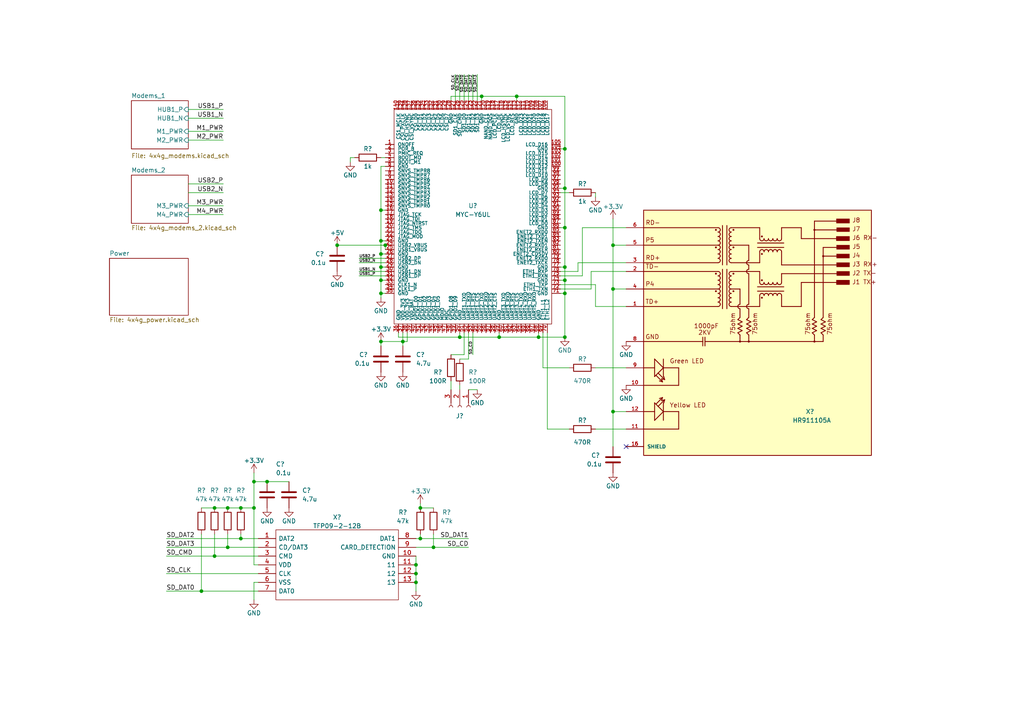
<source format=kicad_sch>
(kicad_sch (version 20211123) (generator eeschema)
  (paper "A4")
  (lib_symbols
    (symbol "Connector:Conn_01x03_Female" (pin_names (offset 1.016) hide)
      (property "Reference" "J" (at 0 5.08 0))
      (property "Value" "Conn_01x03_Female" (at 0 -5.08 0))
      (symbol "Conn_01x03_Female_1_1"
        (pin passive line (at -5.08 2.54 0) (length 3.81) (name "Pin_1") (number "1"))
        (pin passive line (at -5.08 0 0) (length 3.81) (name "Pin_2") (number "2"))
        (pin passive line (at -5.08 -2.54 0) (length 3.81) (name "Pin_3") (number "3"))
      )
    )
    (symbol "Device:C" (pin_numbers hide) (pin_names (offset 0.254))
      (property "Reference" "C" (at 0.635 2.54 0))
      (property "Value" "C" (at 0.635 -2.54 0))
      (symbol "C_1_1"
        (pin passive line (at 0 3.81 270) (length 2.794) (name "~") (number "1"))
        (pin passive line (at 0 -3.81 90) (length 2.794) (name "~") (number "2"))
      )
    )
    (symbol "Device:R" (pin_numbers hide) (pin_names (offset 0))
      (property "Reference" "R" (at 2.032 0 90))
      (property "Value" "R" (at 0 0 90))
      (symbol "R_1_1"
        (pin passive line (at 0 3.81 270) (length 1.27) (name "~") (number "1"))
        (pin passive line (at 0 -3.81 90) (length 1.27) (name "~") (number "2"))
      )
    )
    (symbol "HR911105A:HR911105A" (pin_names (offset 1.016))
      (property "Reference" "J" (at -33.1724 36.2458 0))
      (property "Value" "HR911105A" (at -33.1216 -38.227 0))
      (symbol "HR911105A_0_0"
        (text "1000pF" (at -18.4912 1.2446 0) (effects (font (size 1.27 1.27)) (justify left bottom)))
        (text "2KV" (at -17.2212 -0.6604 0) (effects (font (size 1.27 1.27)) (justify left bottom)))
        (text "75ohm" (at -6.4008 -0.6604 900) (effects (font (size 1.27 1.27)) (justify left bottom)))
        (text "75ohm" (at 0 -0.6604 900) (effects (font (size 1.27 1.27)) (justify left bottom)))
        (text "75ohm" (at 15.3416 -0.6604 900) (effects (font (size 1.27 1.27)) (justify left bottom)))
        (text "75ohm" (at 21.6916 -0.6604 900) (effects (font (size 1.27 1.27)) (justify left bottom)))
        (text "GND" (at -32.5374 -1.905 0) (effects (font (size 1.27 1.27)) (justify left bottom)))
        (text "Green LED" (at -25.5016 -8.9154 0) (effects (font (size 1.27 1.27)) (justify left bottom)))
        (text "J1 TX+" (at 27.432 13.9954 0) (effects (font (size 1.27 1.27)) (justify left bottom)))
        (text "J2 TX-" (at 27.4574 16.5862 0) (effects (font (size 1.27 1.27)) (justify left bottom)))
        (text "J3 RX+" (at 27.4574 19.1516 0) (effects (font (size 1.27 1.27)) (justify left bottom)))
        (text "J4" (at 27.4574 21.717 0) (effects (font (size 1.27 1.27)) (justify left bottom)))
        (text "J5" (at 27.4828 24.257 0) (effects (font (size 1.27 1.27)) (justify left bottom)))
        (text "J6 RX-" (at 27.4574 26.8224 0) (effects (font (size 1.27 1.27)) (justify left bottom)))
        (text "J7" (at 27.4574 29.3624 0) (effects (font (size 1.27 1.27)) (justify left bottom)))
        (text "J8" (at 27.4574 31.9278 0) (effects (font (size 1.27 1.27)) (justify left bottom)))
        (text "P4" (at -32.5374 13.4112 0) (effects (font (size 1.27 1.27)) (justify left bottom)))
        (text "P5" (at -32.5374 26.162 0) (effects (font (size 1.27 1.27)) (justify left bottom)))
        (text "RD+" (at -32.4866 21.0312 0) (effects (font (size 1.27 1.27)) (justify left bottom)))
        (text "RD-" (at -32.4866 31.2166 0) (effects (font (size 1.27 1.27)) (justify left bottom)))
        (text "TD+" (at -32.5628 8.3058 0) (effects (font (size 1.27 1.27)) (justify left bottom)))
        (text "TD-" (at -32.512 18.4912 0) (effects (font (size 1.27 1.27)) (justify left bottom)))
        (text "Yellow LED" (at -25.527 -21.717 0) (effects (font (size 1.27 1.27)) (justify left bottom)))
        (pin passive line (at -38.1 7.62 0) (length 5.08) (name "~") (number "1"))
        (pin passive line (at -38.1 -15.24 0) (length 5.08) (name "~") (number "10"))
        (pin passive line (at -38.1 -27.94 0) (length 5.08) (name "~") (number "11"))
        (pin passive line (at -38.1 -22.86 0) (length 5.08) (name "~") (number "12"))
        (pin passive line (at -38.1 -33.02 0) (length 5.08) (name "SHIELD") (number "15"))
        (pin passive line (at -38.1 -33.02 0) (length 5.08) (name "SHIELD") (number "16"))
        (pin passive line (at -38.1 17.78 0) (length 5.08) (name "~") (number "2"))
        (pin passive line (at -38.1 20.32 0) (length 5.08) (name "~") (number "3"))
        (pin passive line (at -38.1 12.7 0) (length 5.08) (name "~") (number "4"))
        (pin passive line (at -38.1 25.4 0) (length 5.08) (name "~") (number "5"))
        (pin passive line (at -38.1 30.48 0) (length 5.08) (name "~") (number "6"))
        (pin power_in line (at -38.1 -2.54 0) (length 5.08) (name "~") (number "8"))
        (pin passive line (at -38.1 -10.16 0) (length 5.08) (name "~") (number "9"))
      )
    )
    (symbol "MYC-Y6UL:MYC-Y6UL" (pin_names (offset 1.016))
      (property "Reference" "U" (at 0 0 0))
      (property "Value" "MYC-Y6UL" (at 1.27 -2.54 0))
      (symbol "MYC-Y6UL_1_1"
        (pin input line (at -25.4 12.7 0) (length 2.54) (name "ONOFF") (number "1"))
        (pin bidirectional line (at -25.4 1.27 0) (length 2.54) (name "SNVS_TMPR5") (number "10"))
        (pin bidirectional line (at 25.4 6.35 180) (length 2.54) (name "LCD_D12") (number "100"))
        (pin bidirectional line (at 25.4 7.62 180) (length 2.54) (name "LCD_D13") (number "101"))
        (pin bidirectional line (at 25.4 8.89 180) (length 2.54) (name "LCD_D14") (number "102"))
        (pin bidirectional line (at 25.4 10.16 180) (length 2.54) (name "LCD_D15") (number "103"))
        (pin power_in line (at 25.4 11.43 180) (length 2.54) (name "GND") (number "104"))
        (pin bidirectional line (at 25.4 12.7 180) (length 2.54) (name "LCD_D16") (number "105"))
        (pin bidirectional line (at 21.59 25.4 270) (length 2.54) (name "LCD_D17") (number "106"))
        (pin bidirectional line (at 20.32 25.4 270) (length 2.54) (name "LCD_D18") (number "107"))
        (pin bidirectional line (at 19.05 25.4 270) (length 2.54) (name "LCD_D19") (number "108"))
        (pin bidirectional line (at 17.78 25.4 270) (length 2.54) (name "LCD_D20") (number "109"))
        (pin bidirectional line (at -25.4 0 0) (length 2.54) (name "SNVS_TMPR4") (number "11"))
        (pin bidirectional line (at 16.51 25.4 270) (length 2.54) (name "LCD_D21") (number "110"))
        (pin bidirectional line (at 15.24 25.4 270) (length 2.54) (name "LCD_D22") (number "111"))
        (pin bidirectional line (at 13.97 25.4 270) (length 2.54) (name "LCD_D23") (number "112"))
        (pin power_in line (at 12.7 25.4 270) (length 2.54) (name "GND") (number "113"))
        (pin bidirectional line (at 11.43 25.4 270) (length 2.54) (name "LCD_RES") (number "114"))
        (pin bidirectional line (at 10.16 25.4 270) (length 2.54) (name "LCD_VSYNC") (number "115"))
        (pin bidirectional line (at 8.89 25.4 270) (length 2.54) (name "LCD_HSYNC") (number "116"))
        (pin bidirectional line (at 7.62 25.4 270) (length 2.54) (name "LCD_DE") (number "117"))
        (pin bidirectional line (at 6.35 25.4 270) (length 2.54) (name "LCD_PCLK") (number "118"))
        (pin bidirectional line (at 5.08 25.4 270) (length 2.54) (name "NAND_DQS") (number "119"))
        (pin bidirectional line (at -25.4 -1.27 0) (length 2.54) (name "SNVS_TMPR3") (number "12"))
        (pin bidirectional line (at 3.81 25.4 270) (length 2.54) (name "NAND_CE1") (number "120"))
        (pin power_in line (at 2.54 25.4 270) (length 2.54) (name "GND") (number "121"))
        (pin bidirectional line (at 1.27 25.4 270) (length 2.54) (name "SD1_D3") (number "122"))
        (pin bidirectional line (at 0 25.4 270) (length 2.54) (name "SD1_D2") (number "123"))
        (pin bidirectional line (at -1.27 25.4 270) (length 2.54) (name "SD1_D1") (number "124"))
        (pin bidirectional line (at -2.54 25.4 270) (length 2.54) (name "SD1_D0") (number "125"))
        (pin bidirectional line (at -3.81 25.4 270) (length 2.54) (name "SD1_CMD") (number "126"))
        (pin bidirectional line (at -5.08 25.4 270) (length 2.54) (name "SD1_CLK") (number "127"))
        (pin power_in line (at -6.35 25.4 270) (length 2.54) (name "GND") (number "128"))
        (pin bidirectional line (at -7.62 25.4 270) (length 2.54) (name "CSI_D7") (number "129"))
        (pin bidirectional line (at -25.4 -2.54 0) (length 2.54) (name "SNVS_TMPR2") (number "13"))
        (pin bidirectional line (at -8.89 25.4 270) (length 2.54) (name "CSI_D6") (number "130"))
        (pin bidirectional line (at -10.16 25.4 270) (length 2.54) (name "CSI_D5") (number "131"))
        (pin bidirectional line (at -11.43 25.4 270) (length 2.54) (name "CSI_D4") (number "132"))
        (pin bidirectional line (at -12.7 25.4 270) (length 2.54) (name "CSI_D3") (number "133"))
        (pin bidirectional line (at -13.97 25.4 270) (length 2.54) (name "CSI_D2") (number "134"))
        (pin bidirectional line (at -15.24 25.4 270) (length 2.54) (name "CSI_D1") (number "135"))
        (pin bidirectional line (at -16.51 25.4 270) (length 2.54) (name "CSI_D0") (number "136"))
        (pin bidirectional line (at -17.78 25.4 270) (length 2.54) (name "CSI_VSYNC") (number "137"))
        (pin bidirectional line (at -19.05 25.4 270) (length 2.54) (name "CSI_HSYNC") (number "138"))
        (pin bidirectional line (at -20.32 25.4 270) (length 2.54) (name "CSI_PXCLK") (number "139"))
        (pin bidirectional line (at -25.4 -3.81 0) (length 2.54) (name "SNVS_TMPR1") (number "14"))
        (pin bidirectional line (at -21.59 25.4 270) (length 2.54) (name "CS1_MCLK") (number "140"))
        (pin bidirectional line (at -25.4 -5.08 0) (length 2.54) (name "SNVS_TMPR0") (number "15"))
        (pin power_in line (at -25.4 -6.35 0) (length 2.54) (name "GND") (number "16"))
        (pin bidirectional line (at -25.4 -7.62 0) (length 2.54) (name "JTAG_TCK") (number "17"))
        (pin bidirectional line (at -25.4 -8.89 0) (length 2.54) (name "JTAG_TDI") (number "18"))
        (pin bidirectional line (at -25.4 -10.16 0) (length 2.54) (name "JTAG_NTRST") (number "19"))
        (pin input line (at -25.4 11.43 0) (length 2.54) (name "POR_B") (number "2"))
        (pin bidirectional line (at -25.4 -11.43 0) (length 2.54) (name "JTAG_TMS") (number "20"))
        (pin bidirectional line (at -25.4 -12.7 0) (length 2.54) (name "JTAG_TDO") (number "21"))
        (pin bidirectional line (at -25.4 -13.97 0) (length 2.54) (name "JTAG_MOD") (number "22"))
        (pin power_in line (at -25.4 -15.24 0) (length 2.54) (name "GND") (number "23"))
        (pin power_in line (at -25.4 -16.51 0) (length 2.54) (name "USB2_VBUS") (number "24"))
        (pin power_in line (at -25.4 -17.78 0) (length 2.54) (name "USB1_VBUS") (number "25"))
        (pin power_in line (at -25.4 -19.05 0) (length 2.54) (name "GND") (number "26"))
        (pin bidirectional line (at -25.4 -20.32 0) (length 2.54) (name "USB2_DP") (number "27"))
        (pin bidirectional line (at -25.4 -21.59 0) (length 2.54) (name "USB2_DN") (number "28"))
        (pin power_in line (at -25.4 -22.86 0) (length 2.54) (name "GND") (number "29"))
        (pin output line (at -25.4 10.16 0) (length 2.54) (name "PMIC_REQ") (number "3"))
        (pin bidirectional line (at -25.4 -24.13 0) (length 2.54) (name "USB1_DN") (number "30"))
        (pin bidirectional line (at -25.4 -25.4 0) (length 2.54) (name "USB1_DP") (number "31"))
        (pin power_in line (at -25.4 -26.67 0) (length 2.54) (name "GND") (number "32"))
        (pin bidirectional line (at -25.4 -27.94 0) (length 2.54) (name "CLK1_N") (number "33"))
        (pin bidirectional line (at -25.4 -29.21 0) (length 2.54) (name "CLK1_P") (number "34"))
        (pin power_in line (at -25.4 -30.48 0) (length 2.54) (name "GND") (number "35"))
        (pin power_in line (at -21.59 -41.91 90) (length 2.54) (name "GND") (number "36"))
        (pin power_in line (at -20.32 -41.91 90) (length 2.54) (name "VDD_3V3") (number "37"))
        (pin power_in line (at -19.05 -41.91 90) (length 2.54) (name "VDD_3V3") (number "38"))
        (pin power_in line (at -17.78 -41.91 90) (length 2.54) (name "VDD_BAT") (number "39"))
        (pin bidirectional line (at -25.4 8.89 0) (length 2.54) (name "BOOT_MO") (number "4"))
        (pin bidirectional line (at -16.51 -41.91 90) (length 2.54) (name "GPIO1_00") (number "40"))
        (pin bidirectional line (at -15.24 -41.91 90) (length 2.54) (name "GPIO1_01") (number "41"))
        (pin bidirectional line (at -13.97 -41.91 90) (length 2.54) (name "GPIO1_02") (number "42"))
        (pin bidirectional line (at -12.7 -41.91 90) (length 2.54) (name "GPIO1_03") (number "43"))
        (pin bidirectional line (at -11.43 -41.91 90) (length 2.54) (name "GPIO1_04") (number "44"))
        (pin bidirectional line (at -10.16 -41.91 90) (length 2.54) (name "GPIO1_05") (number "45"))
        (pin bidirectional line (at -8.89 -41.91 90) (length 2.54) (name "MDIO") (number "46"))
        (pin bidirectional line (at -7.62 -41.91 90) (length 2.54) (name "MDC") (number "47"))
        (pin bidirectional line (at -6.35 -41.91 90) (length 2.54) (name "GPIO1_08") (number "48"))
        (pin bidirectional line (at -5.08 -41.91 90) (length 2.54) (name "GPIO1_09") (number "49"))
        (pin bidirectional line (at -25.4 7.62 0) (length 2.54) (name "BOOT_M1") (number "5"))
        (pin power_in line (at -3.81 -41.91 90) (length 2.54) (name "GND") (number "50"))
        (pin bidirectional line (at -2.54 -41.91 90) (length 2.54) (name "UART1_TXD") (number "51"))
        (pin bidirectional line (at -1.27 -41.91 90) (length 2.54) (name "UART1_RXD") (number "52"))
        (pin bidirectional line (at 0 -41.91 90) (length 2.54) (name "UART1_RTS") (number "53"))
        (pin bidirectional line (at 1.27 -41.91 90) (length 2.54) (name "UART1_CTS") (number "54"))
        (pin bidirectional line (at 2.54 -41.91 90) (length 2.54) (name "UART2_TXD") (number "55"))
        (pin bidirectional line (at 3.81 -41.91 90) (length 2.54) (name "UART2_RXD") (number "56"))
        (pin bidirectional line (at 5.08 -41.91 90) (length 2.54) (name "UART2_RTS") (number "57"))
        (pin bidirectional line (at 6.35 -41.91 90) (length 2.54) (name "UART2_CTS") (number "58"))
        (pin power_in line (at 7.62 -41.91 90) (length 2.54) (name "GND") (number "59"))
        (pin power_in line (at -25.4 6.35 0) (length 2.54) (name "GND") (number "6"))
        (pin bidirectional line (at 8.89 -41.91 90) (length 2.54) (name "UART3_TXD") (number "60"))
        (pin bidirectional line (at 10.16 -41.91 90) (length 2.54) (name "UART3_RXD") (number "61"))
        (pin bidirectional line (at 11.43 -41.91 90) (length 2.54) (name "UART3_RTS") (number "62"))
        (pin bidirectional line (at 12.7 -41.91 90) (length 2.54) (name "UART3_CTS") (number "63"))
        (pin bidirectional line (at 13.97 -41.91 90) (length 2.54) (name "UART4_TXD") (number "64"))
        (pin bidirectional line (at 15.24 -41.91 90) (length 2.54) (name "UART4_RXD") (number "65"))
        (pin bidirectional line (at 16.51 -41.91 90) (length 2.54) (name "UART5_TXD") (number "66"))
        (pin bidirectional line (at 17.78 -41.91 90) (length 2.54) (name "UART5_RXD") (number "67"))
        (pin power_in line (at 19.05 -41.91 90) (length 2.54) (name "GND") (number "68"))
        (pin bidirectional line (at 20.32 -41.91 90) (length 2.54) (name "ETH1_L1") (number "69"))
        (pin bidirectional line (at -25.4 5.08 0) (length 2.54) (name "SNVS_TMPR8") (number "7"))
        (pin bidirectional line (at 21.59 -41.91 90) (length 2.54) (name "ETH1_L2") (number "70"))
        (pin power_in line (at 25.4 -30.48 180) (length 2.54) (name "GND") (number "71"))
        (pin bidirectional line (at 25.4 -29.21 180) (length 2.54) (name "ETH1_TXN") (number "72"))
        (pin bidirectional line (at 25.4 -27.94 180) (length 2.54) (name "ETH1_TXP") (number "73"))
        (pin power_in line (at 25.4 -26.67 180) (length 2.54) (name "GND") (number "74"))
        (pin bidirectional line (at 25.4 -25.4 180) (length 2.54) (name "ETH1_RXN") (number "75"))
        (pin bidirectional line (at 25.4 -24.13 180) (length 2.54) (name "ETH1_RXP") (number "76"))
        (pin power_in line (at 25.4 -22.86 180) (length 2.54) (name "GND") (number "77"))
        (pin bidirectional line (at 25.4 -21.59 180) (length 2.54) (name "ENET2_TXCK") (number "78"))
        (pin bidirectional line (at 25.4 -20.32 180) (length 2.54) (name "ENET2_RXD0") (number "79"))
        (pin bidirectional line (at -25.4 3.81 0) (length 2.54) (name "SNVS_TMPR7") (number "8"))
        (pin bidirectional line (at 25.4 -19.05 180) (length 2.54) (name "ENET2_CDSDV") (number "80"))
        (pin bidirectional line (at 25.4 -17.78 180) (length 2.54) (name "ENET2_RXER") (number "81"))
        (pin bidirectional line (at 25.4 -16.51 180) (length 2.54) (name "ENET2_RXD1") (number "82"))
        (pin bidirectional line (at 25.4 -15.24 180) (length 2.54) (name "ENET2_TXEN") (number "83"))
        (pin bidirectional line (at 25.4 -13.97 180) (length 2.54) (name "ENET2_TXD1") (number "84"))
        (pin bidirectional line (at 25.4 -12.7 180) (length 2.54) (name "ENET2_RXD0") (number "85"))
        (pin power_in line (at 25.4 -11.43 180) (length 2.54) (name "GND") (number "86"))
        (pin bidirectional line (at 25.4 -10.16 180) (length 2.54) (name "LCD_D0") (number "87"))
        (pin bidirectional line (at 25.4 -8.89 180) (length 2.54) (name "LCD_D1") (number "88"))
        (pin bidirectional line (at 25.4 -7.62 180) (length 2.54) (name "LCD_D2") (number "89"))
        (pin bidirectional line (at -25.4 2.54 0) (length 2.54) (name "SNVS_TMPR6") (number "9"))
        (pin bidirectional line (at 25.4 -6.35 180) (length 2.54) (name "LCD_D3") (number "90"))
        (pin bidirectional line (at 25.4 -5.08 180) (length 2.54) (name "LCD_D4") (number "91"))
        (pin bidirectional line (at 25.4 -3.81 180) (length 2.54) (name "LCD_D5") (number "92"))
        (pin bidirectional line (at 25.4 -2.54 180) (length 2.54) (name "LCD_D6") (number "93"))
        (pin bidirectional line (at 25.4 -1.27 180) (length 2.54) (name "LCD_D7") (number "94"))
        (pin power_in line (at 25.4 0 180) (length 2.54) (name "GND") (number "95"))
        (pin bidirectional line (at 25.4 1.27 180) (length 2.54) (name "LCD_D8") (number "96"))
        (pin bidirectional line (at 25.4 2.54 180) (length 2.54) (name "LCD_D9") (number "97"))
        (pin bidirectional line (at 25.4 3.81 180) (length 2.54) (name "LCD_D10") (number "98"))
        (pin bidirectional line (at 25.4 5.08 180) (length 2.54) (name "LCD_D11") (number "99"))
      )
    )
    (symbol "TFP09-2-12B:TFP09-2-12B" (pin_names (offset 0.762))
      (property "Reference" "J" (at 41.91 7.62 0))
      (property "Value" "TFP09-2-12B" (at 41.91 5.08 0))
      (symbol "TFP09-2-12B_0_0"
        (pin passive line (at 0 0 0) (length 5.08) (name "DAT2") (number "1"))
        (pin passive line (at 45.72 -5.08 180) (length 5.08) (name "GND") (number "10"))
        (pin passive line (at 45.72 -7.62 180) (length 5.08) (name "11") (number "11"))
        (pin passive line (at 45.72 -10.16 180) (length 5.08) (name "12") (number "12"))
        (pin passive line (at 45.72 -12.7 180) (length 5.08) (name "13") (number "13"))
        (pin passive line (at 0 -2.54 0) (length 5.08) (name "CD/DAT3") (number "2"))
        (pin passive line (at 0 -5.08 0) (length 5.08) (name "CMD") (number "3"))
        (pin passive line (at 0 -7.62 0) (length 5.08) (name "VDD") (number "4"))
        (pin passive line (at 0 -10.16 0) (length 5.08) (name "CLK") (number "5"))
        (pin passive line (at 0 -12.7 0) (length 5.08) (name "VSS") (number "6"))
        (pin passive line (at 0 -15.24 0) (length 5.08) (name "DAT0") (number "7"))
        (pin passive line (at 45.72 0 180) (length 5.08) (name "DAT1") (number "8"))
        (pin passive line (at 45.72 -2.54 180) (length 5.08) (name "CARD_DETECTION") (number "9"))
      )
    )
    (symbol "power:+3.3V" (power) (pin_names (offset 0))
      (property "Value" "+3.3V" (at 0 3.556 0))
      (symbol "+3.3V_1_1"
        (pin power_in line (at 0 0 90) (length 0) hide (name "+3.3V") (number "1"))
      )
    )
    (symbol "power:+5V" (power) (pin_names (offset 0))
      (property "Value" "+5V" (at 0 3.556 0))
      (symbol "+5V_1_1"
        (pin power_in line (at 0 0 90) (length 0) hide (name "+5V") (number "1"))
      )
    )
    (symbol "power:GND" (power) (pin_names (offset 0))
      (property "Value" "GND" (at 0 -3.81 0))
      (symbol "GND_1_1"
        (pin power_in line (at 0 0 270) (length 0) hide (name "GND") (number "1"))
      )
    )
  )
  (junction (at 62.23 147.32))
  (junction (at 163.83 97.79))
  (junction (at 110.49 60.96))
  (junction (at 120.65 163.83))
  (junction (at 125.73 158.75))
  (junction (at 163.83 54.61))
  (junction (at 163.83 77.47))
  (junction (at 110.49 73.66))
  (junction (at 73.66 139.7))
  (junction (at 110.49 85.09))
  (junction (at 111.76 71.12))
  (junction (at 177.8 83.82))
  (junction (at 66.04 147.32))
  (junction (at 121.92 147.32))
  (junction (at 62.23 161.29))
  (junction (at 69.85 156.21))
  (junction (at 66.04 158.75))
  (junction (at 133.35 97.79))
  (junction (at 116.84 99.06))
  (junction (at 120.65 166.37))
  (junction (at 144.78 97.79))
  (junction (at 177.8 119.38))
  (junction (at 77.47 139.7))
  (junction (at 163.83 81.28))
  (junction (at 156.21 97.79))
  (junction (at 58.42 171.45))
  (junction (at 163.83 66.04))
  (junction (at 120.65 168.91))
  (junction (at 121.92 156.21))
  (junction (at 110.49 81.28))
  (junction (at 177.8 71.12))
  (junction (at 110.49 77.47))
  (junction (at 163.83 85.09))
  (junction (at 163.83 43.18))
  (junction (at 69.85 147.32))
  (junction (at 110.49 69.85))
  (junction (at 97.79 71.12))
  (junction (at 139.7 27.94))
  (junction (at 73.66 147.32))
  (junction (at 149.86 27.94))
  (junction (at 110.49 99.06))
  (no_connect (at 181.61 129.54))
  (wire (pts (xy 137.16 21.59) (xy 137.16 29.21)))
  (wire (pts (xy 167.64 78.74) (xy 162.56 78.74)))
  (wire (pts (xy 73.66 137.16) (xy 73.66 139.7)))
  (wire (pts (xy 162.56 82.55) (xy 172.72 82.55)))
  (wire (pts (xy 110.49 85.09) (xy 111.76 85.09)))
  (wire (pts (xy 69.85 156.21) (xy 74.93 156.21)))
  (wire (pts (xy 48.26 171.45) (xy 58.42 171.45)))
  (wire (pts (xy 163.83 85.09) (xy 163.83 97.79)))
  (wire (pts (xy 110.49 73.66) (xy 111.76 73.66)))
  (wire (pts (xy 163.83 66.04) (xy 163.83 77.47)))
  (wire (pts (xy 163.83 81.28) (xy 163.83 85.09)))
  (wire (pts (xy 120.65 168.91) (xy 120.65 171.45)))
  (wire (pts (xy 163.83 27.94) (xy 163.83 43.18)))
  (wire (pts (xy 58.42 147.32) (xy 62.23 147.32)))
  (wire (pts (xy 54.61 40.64) (xy 64.77 40.64)))
  (wire (pts (xy 162.56 85.09) (xy 163.83 85.09)))
  (wire (pts (xy 157.48 106.68) (xy 165.1 106.68)))
  (wire (pts (xy 134.62 96.52) (xy 134.62 102.87)))
  (wire (pts (xy 48.26 161.29) (xy 62.23 161.29)))
  (wire (pts (xy 102.87 45.72) (xy 101.6 45.72)))
  (wire (pts (xy 62.23 154.94) (xy 62.23 161.29)))
  (wire (pts (xy 104.14 78.74) (xy 111.76 78.74)))
  (wire (pts (xy 138.43 21.59) (xy 138.43 29.21)))
  (wire (pts (xy 156.21 96.52) (xy 156.21 97.79)))
  (wire (pts (xy 58.42 171.45) (xy 74.93 171.45)))
  (wire (pts (xy 110.49 73.66) (xy 110.49 77.47)))
  (wire (pts (xy 73.66 139.7) (xy 73.66 147.32)))
  (wire (pts (xy 110.49 60.96) (xy 110.49 69.85)))
  (wire (pts (xy 133.35 96.52) (xy 133.35 97.79)))
  (wire (pts (xy 133.35 97.79) (xy 144.78 97.79)))
  (wire (pts (xy 162.56 80.01) (xy 168.91 80.01)))
  (wire (pts (xy 54.61 53.34) (xy 64.77 53.34)))
  (wire (pts (xy 110.49 48.26) (xy 110.49 60.96)))
  (wire (pts (xy 156.21 97.79) (xy 163.83 97.79)))
  (wire (pts (xy 168.91 66.04) (xy 181.61 66.04)))
  (wire (pts (xy 181.61 76.2) (xy 167.64 76.2)))
  (wire (pts (xy 133.35 21.59) (xy 133.35 29.21)))
  (wire (pts (xy 177.8 119.38) (xy 177.8 129.54)))
  (wire (pts (xy 135.89 113.03) (xy 138.43 113.03)))
  (wire (pts (xy 69.85 147.32) (xy 73.66 147.32)))
  (wire (pts (xy 110.49 69.85) (xy 111.76 69.85)))
  (wire (pts (xy 130.81 29.21) (xy 130.81 27.94)))
  (wire (pts (xy 54.61 38.1) (xy 64.77 38.1)))
  (wire (pts (xy 73.66 168.91) (xy 73.66 173.99)))
  (wire (pts (xy 62.23 161.29) (xy 74.93 161.29)))
  (wire (pts (xy 172.72 124.46) (xy 181.61 124.46)))
  (wire (pts (xy 74.93 168.91) (xy 73.66 168.91)))
  (wire (pts (xy 121.92 146.05) (xy 121.92 147.32)))
  (wire (pts (xy 162.56 81.28) (xy 163.83 81.28)))
  (wire (pts (xy 130.81 102.87) (xy 134.62 102.87)))
  (wire (pts (xy 135.89 21.59) (xy 135.89 29.21)))
  (wire (pts (xy 144.78 96.52) (xy 144.78 97.79)))
  (wire (pts (xy 172.72 57.15) (xy 172.72 55.88)))
  (wire (pts (xy 111.76 48.26) (xy 110.49 48.26)))
  (wire (pts (xy 162.56 66.04) (xy 163.83 66.04)))
  (wire (pts (xy 172.72 88.9) (xy 181.61 88.9)))
  (wire (pts (xy 74.93 163.83) (xy 73.66 163.83)))
  (wire (pts (xy 125.73 158.75) (xy 120.65 158.75)))
  (wire (pts (xy 120.65 163.83) (xy 120.65 166.37)))
  (wire (pts (xy 130.81 27.94) (xy 139.7 27.94)))
  (wire (pts (xy 171.45 78.74) (xy 171.45 83.82)))
  (wire (pts (xy 162.56 77.47) (xy 163.83 77.47)))
  (wire (pts (xy 181.61 119.38) (xy 177.8 119.38)))
  (wire (pts (xy 104.14 80.01) (xy 111.76 80.01)))
  (wire (pts (xy 162.56 43.18) (xy 163.83 43.18)))
  (wire (pts (xy 115.57 97.79) (xy 133.35 97.79)))
  (wire (pts (xy 54.61 55.88) (xy 64.77 55.88)))
  (wire (pts (xy 110.49 69.85) (xy 110.49 73.66)))
  (wire (pts (xy 116.84 99.06) (xy 116.84 96.52)))
  (wire (pts (xy 110.49 81.28) (xy 111.76 81.28)))
  (wire (pts (xy 97.79 71.12) (xy 111.76 71.12)))
  (wire (pts (xy 110.49 100.33) (xy 110.49 99.06)))
  (wire (pts (xy 134.62 21.59) (xy 134.62 29.21)))
  (wire (pts (xy 172.72 82.55) (xy 172.72 88.9)))
  (wire (pts (xy 121.92 147.32) (xy 125.73 147.32)))
  (wire (pts (xy 132.08 21.59) (xy 132.08 29.21)))
  (wire (pts (xy 104.14 76.2) (xy 111.76 76.2)))
  (wire (pts (xy 110.49 77.47) (xy 110.49 81.28)))
  (wire (pts (xy 121.92 156.21) (xy 120.65 156.21)))
  (wire (pts (xy 149.86 27.94) (xy 149.86 29.21)))
  (wire (pts (xy 172.72 106.68) (xy 181.61 106.68)))
  (wire (pts (xy 149.86 27.94) (xy 163.83 27.94)))
  (wire (pts (xy 133.35 111.76) (xy 133.35 113.03)))
  (wire (pts (xy 144.78 97.79) (xy 156.21 97.79)))
  (wire (pts (xy 162.56 55.88) (xy 165.1 55.88)))
  (wire (pts (xy 177.8 83.82) (xy 177.8 119.38)))
  (wire (pts (xy 115.57 96.52) (xy 115.57 97.79)))
  (wire (pts (xy 118.11 99.06) (xy 116.84 99.06)))
  (wire (pts (xy 48.26 158.75) (xy 66.04 158.75)))
  (wire (pts (xy 110.49 45.72) (xy 111.76 45.72)))
  (wire (pts (xy 139.7 27.94) (xy 139.7 29.21)))
  (wire (pts (xy 120.65 166.37) (xy 120.65 168.91)))
  (wire (pts (xy 48.26 156.21) (xy 69.85 156.21)))
  (wire (pts (xy 163.83 43.18) (xy 163.83 54.61)))
  (wire (pts (xy 181.61 83.82) (xy 177.8 83.82)))
  (wire (pts (xy 137.16 96.52) (xy 137.16 102.87)))
  (wire (pts (xy 157.48 96.52) (xy 157.48 106.68)))
  (wire (pts (xy 167.64 76.2) (xy 167.64 78.74)))
  (wire (pts (xy 171.45 83.82) (xy 162.56 83.82)))
  (wire (pts (xy 177.8 83.82) (xy 177.8 71.12)))
  (wire (pts (xy 135.89 96.52) (xy 135.89 104.14)))
  (wire (pts (xy 139.7 27.94) (xy 149.86 27.94)))
  (wire (pts (xy 163.83 54.61) (xy 163.83 66.04)))
  (wire (pts (xy 77.47 139.7) (xy 83.82 139.7)))
  (wire (pts (xy 118.11 96.52) (xy 118.11 99.06)))
  (wire (pts (xy 110.49 85.09) (xy 110.49 86.36)))
  (wire (pts (xy 73.66 147.32) (xy 73.66 163.83)))
  (wire (pts (xy 130.81 110.49) (xy 130.81 113.03)))
  (wire (pts (xy 104.14 74.93) (xy 111.76 74.93)))
  (wire (pts (xy 101.6 45.72) (xy 101.6 46.99)))
  (wire (pts (xy 116.84 100.33) (xy 116.84 99.06)))
  (wire (pts (xy 125.73 154.94) (xy 125.73 158.75)))
  (wire (pts (xy 168.91 80.01) (xy 168.91 66.04)))
  (wire (pts (xy 181.61 78.74) (xy 171.45 78.74)))
  (wire (pts (xy 66.04 158.75) (xy 74.93 158.75)))
  (wire (pts (xy 133.35 104.14) (xy 135.89 104.14)))
  (wire (pts (xy 177.8 71.12) (xy 181.61 71.12)))
  (wire (pts (xy 111.76 71.12) (xy 111.76 72.39)))
  (wire (pts (xy 54.61 34.29) (xy 64.77 34.29)))
  (wire (pts (xy 162.56 54.61) (xy 163.83 54.61)))
  (wire (pts (xy 121.92 156.21) (xy 135.89 156.21)))
  (wire (pts (xy 120.65 161.29) (xy 120.65 163.83)))
  (wire (pts (xy 58.42 154.94) (xy 58.42 171.45)))
  (wire (pts (xy 48.26 166.37) (xy 74.93 166.37)))
  (wire (pts (xy 158.75 124.46) (xy 165.1 124.46)))
  (wire (pts (xy 110.49 81.28) (xy 110.49 85.09)))
  (wire (pts (xy 121.92 154.94) (xy 121.92 156.21)))
  (wire (pts (xy 163.83 77.47) (xy 163.83 81.28)))
  (wire (pts (xy 62.23 147.32) (xy 66.04 147.32)))
  (wire (pts (xy 125.73 158.75) (xy 135.89 158.75)))
  (wire (pts (xy 158.75 96.52) (xy 158.75 124.46)))
  (wire (pts (xy 110.49 60.96) (xy 111.76 60.96)))
  (wire (pts (xy 177.8 63.5) (xy 177.8 71.12)))
  (wire (pts (xy 110.49 77.47) (xy 111.76 77.47)))
  (wire (pts (xy 54.61 59.69) (xy 64.77 59.69)))
  (wire (pts (xy 66.04 147.32) (xy 69.85 147.32)))
  (wire (pts (xy 69.85 154.94) (xy 69.85 156.21)))
  (wire (pts (xy 54.61 31.75) (xy 64.77 31.75)))
  (wire (pts (xy 66.04 154.94) (xy 66.04 158.75)))
  (wire (pts (xy 73.66 139.7) (xy 77.47 139.7)))
  (wire (pts (xy 54.61 62.23) (xy 64.77 62.23)))
  (wire (pts (xy 110.49 99.06) (xy 116.84 99.06)))
  (label "SD_DAT3" (at 138.43 21.59 270) (effects (font (size 0.8 0.8))))
  (label "M3_PWR" (at 64.77 59.69 180))
  (label "SD_CMD" (at 133.35 21.59 270) (effects (font (size 0.8 0.8))))
  (label "USB2_N" (at 64.77 55.88 180))
  (label "M1_PWR" (at 64.77 38.1 180))
  (label "SD_DAT2" (at 137.16 21.59 270) (effects (font (size 0.8 0.8))))
  (label "SD_DAT3" (at 48.26 158.75 0))
  (label "USB2_P" (at 104.14 74.93 0) (effects (font (size 0.8 0.8))))
  (label "USB1_P" (at 104.14 80.01 0) (effects (font (size 0.8 0.8))))
  (label "SD_CMD" (at 48.26 161.29 0))
  (label "SD_CLK" (at 48.26 166.37 0))
  (label "SD_DAT2" (at 48.26 156.21 0))
  (label "M4_PWR" (at 64.77 62.23 180))
  (label "M2_PWR" (at 64.77 40.64 180))
  (label "SD_CLK" (at 132.08 21.59 270) (effects (font (size 0.8 0.8))))
  (label "SD_DAT1" (at 135.89 21.59 270) (effects (font (size 0.8 0.8))))
  (label "SD_CD" (at 137.16 102.87 90) (effects (font (size 0.8 0.8))))
  (label "SD_DAT0" (at 134.62 21.59 270) (effects (font (size 0.8 0.8))))
  (label "USB2_P" (at 64.77 53.34 180))
  (label "USB2_N" (at 104.14 76.2 0) (effects (font (size 0.8 0.8))))
  (label "SD_DAT1" (at 135.89 156.21 180))
  (label "SD_CD" (at 135.89 158.75 180))
  (label "USB1_N" (at 104.14 78.74 0) (effects (font (size 0.8 0.8))))
  (label "USB1_N" (at 64.77 34.29 180))
  (label "USB1_P" (at 64.77 31.75 180))
  (label "SD_DAT0" (at 48.26 171.45 0))
  (symbol (lib_id "power:GND") (at 138.43 113.03 0) (unit 1)
    (property "Reference" "#PWR?" (effects hide))
    (property "Value" "GND" (at 138.43 116.84 0))
  )
  (symbol (lib_id "power:GND") (at 101.6 46.99 0) (unit 1)
    (property "Reference" "#PWR?" (effects hide))
    (property "Value" "GND" (at 101.6 50.8 0))
  )
  (symbol (lib_id "power:GND") (at 181.61 99.06 0) (unit 1)
    (property "Reference" "#PWR?" (effects hide))
    (property "Value" "GND" (at 181.61 102.87 0))
  )
  (symbol (lib_id "Device:R") (at 168.91 106.68 90) (unit 1)
    (property "Reference" "R?" (at 168.91 104.14 90))
    (property "Value" "470R" (at 168.91 110.49 90))
  )
  (symbol (lib_id "power:GND") (at 177.8 137.16 0) (unit 1)
    (property "Reference" "#PWR?" (effects hide))
    (property "Value" "GND" (at 177.8 140.97 0))
  )
  (symbol (lib_id "Device:R") (at 168.91 124.46 90) (unit 1)
    (property "Reference" "R?" (at 168.91 121.92 90))
    (property "Value" "470R" (at 168.91 128.27 90))
  )
  (symbol (lib_id "power:GND") (at 73.66 173.99 0) (unit 1)
    (property "Reference" "#PWR?" (effects hide))
    (property "Value" "GND" (at 73.66 177.8 0))
  )
  (symbol (lib_id "power:GND") (at 77.47 147.32 0) (unit 1)
    (property "Reference" "#PWR?" (effects hide))
    (property "Value" "GND" (at 77.47 151.13 0))
  )
  (symbol (lib_id "power:GND") (at 163.83 97.79 0) (unit 1)
    (property "Reference" "#PWR?" (effects hide))
    (property "Value" "GND" (at 163.83 101.6 0))
  )
  (symbol (lib_id "Device:C") (at 83.82 143.51 0) (unit 1)
    (property "Reference" "C?" (at 87.63 142.24 0) (effects (justify left)))
    (property "Value" "4.7u" (at 87.63 144.78 0) (effects (justify left)))
  )
  (symbol (lib_id "Device:R") (at 168.91 55.88 90) (unit 1)
    (property "Reference" "R?" (at 168.91 53.34 90))
    (property "Value" "1k" (at 168.91 58.42 90))
  )
  (symbol (lib_id "power:GND") (at 110.49 107.95 0) (unit 1)
    (property "Reference" "#PWR?" (effects hide))
    (property "Value" "GND" (at 110.49 111.76 0))
  )
  (symbol (lib_id "power:GND") (at 172.72 57.15 0) (unit 1)
    (property "Reference" "#PWR?" (effects hide))
    (property "Value" "GND" (at 172.72 60.96 0))
  )
  (symbol (lib_id "power:+3.3V") (at 73.66 137.16 0) (unit 1)
    (property "Reference" "#PWR?" (effects hide))
    (property "Value" "+3.3V" (at 73.66 133.5842 0))
  )
  (symbol (lib_id "Device:R") (at 66.04 151.13 180) (unit 1)
    (property "Reference" "R?" (at 66.04 142.24 0))
    (property "Value" "47k" (at 66.04 144.78 0))
  )
  (symbol (lib_id "Device:R") (at 130.81 106.68 180) (unit 1)
    (property "Reference" "R?" (at 127 107.95 0))
    (property "Value" "100R" (at 127 110.49 0))
  )
  (symbol (lib_id "Device:R") (at 121.92 151.13 180) (unit 1)
    (property "Reference" "R?" (at 116.84 148.59 0))
    (property "Value" "47k" (at 116.84 151.13 0))
  )
  (symbol (lib_id "Device:C") (at 97.79 74.93 0) (unit 1)
    (property "Reference" "C?" (at 91.44 73.66 0) (effects (justify left)))
    (property "Value" "0.1u" (at 90.17 76.2 0) (effects (justify left)))
  )
  (symbol (lib_id "HR911105A:HR911105A") (at 219.71 96.52 0) (unit 1)
    (property "Reference" "X?" (at 233.68 119.38 0) (effects (justify left)))
    (property "Value" "HR911105A" (at 229.87 121.92 0) (effects (justify left)))
    (property "Footprint" "HANRUN_HR911105A" (effects hide))
    (property "PACKAGE" "None" (effects hide))
    (property "PRICE" "None" (effects hide))
    (property "MF" "HanRun" (effects hide))
    (property "PARTREV" "A" (effects hide))
    (property "DESCRIPTION" "DIP RJ45 Connector;" (effects hide))
    (property "AVAILABILITY" "Unavailable" (effects hide))
    (property "STANDARD" "Manufacturer Recommendation" (effects hide))
    (property "MP" "HR911105A" (effects hide))
  )
  (symbol (lib_id "Device:R") (at 69.85 151.13 180) (unit 1)
    (property "Reference" "R?" (at 69.85 142.24 0))
    (property "Value" "47k" (at 69.85 144.78 0))
  )
  (symbol (lib_id "power:GND") (at 181.61 111.76 0) (unit 1)
    (property "Reference" "#PWR?" (effects hide))
    (property "Value" "GND" (at 181.61 115.57 0))
  )
  (symbol (lib_id "Device:R") (at 133.35 107.95 180) (unit 1)
    (property "Reference" "R?" (at 137.16 107.95 0))
    (property "Value" "100R" (at 138.43 110.49 0))
  )
  (symbol (lib_id "Device:C") (at 110.49 104.14 0) (unit 1)
    (property "Reference" "C?" (at 104.14 102.87 0) (effects (justify left)))
    (property "Value" "0.1u" (at 102.87 105.41 0) (effects (justify left)))
  )
  (symbol (lib_id "Device:C") (at 116.84 104.14 0) (unit 1)
    (property "Reference" "C?" (at 120.65 102.87 0) (effects (justify left)))
    (property "Value" "4.7u" (at 120.65 105.41 0) (effects (justify left)))
  )
  (symbol (lib_id "power:+3.3V") (at 110.49 99.06 0) (unit 1)
    (property "Reference" "#PWR?" (effects hide))
    (property "Value" "+3.3V" (at 110.49 95.4842 0))
  )
  (symbol (lib_id "Connector:Conn_01x03_Female") (at 133.35 118.11 270) (unit 1)
    (property "Reference" "J?" (at 133.35 120.65 90))
    (property "Value" "Header" (effects hide))
  )
  (symbol (lib_id "power:GND") (at 110.49 86.36 0) (unit 1)
    (property "Reference" "#PWR?" (effects hide))
    (property "Value" "GND" (at 110.49 90.17 0))
  )
  (symbol (lib_id "power:GND") (at 83.82 147.32 0) (unit 1)
    (property "Reference" "#PWR?" (effects hide))
    (property "Value" "GND" (at 83.82 151.13 0))
  )
  (symbol (lib_id "power:GND") (at 97.79 78.74 0) (unit 1)
    (property "Reference" "#PWR?" (effects hide))
    (property "Value" "GND" (at 97.79 82.55 0))
  )
  (symbol (lib_id "Device:R") (at 106.68 45.72 90) (unit 1)
    (property "Reference" "R?" (at 106.68 43.18 90))
    (property "Value" "1k" (at 106.68 48.26 90))
  )
  (symbol (lib_id "power:+5V") (at 97.79 71.12 0) (unit 1)
    (property "Reference" "#PWR?" (effects hide))
    (property "Value" "+5V" (at 97.79 67.5442 0))
  )
  (symbol (lib_id "TFP09-2-12B:TFP09-2-12B") (at 74.93 156.21 0) (unit 1)
    (property "Reference" "X?" (at 97.79 150.021 0))
    (property "Value" "TFP09-2-12B" (at 97.79 152.5579 0))
    (property "Footprint" "TFP09212B" (effects hide))
    (property "Datasheet" "http://images.100y.com.tw/pdf_file/10-TFP09-2-12B.pdf" (effects hide))
    (property "Description" "Micro SD Card Connector" (effects hide))
    (property "Height" "2.45" (effects hide))
    (property "Manufacturer_Name" "100y" (effects hide))
    (property "Manufacturer_Part_Number" "TFP09-2-12B" (effects hide))
  )
  (symbol (lib_id "power:GND") (at 116.84 107.95 0) (unit 1)
    (property "Reference" "#PWR?" (effects hide))
    (property "Value" "GND" (at 116.84 111.76 0))
  )
  (symbol (lib_id "Device:R") (at 125.73 151.13 180) (unit 1)
    (property "Reference" "R?" (at 129.54 148.59 0))
    (property "Value" "47k" (at 129.54 151.13 0))
  )
  (symbol (lib_id "power:GND") (at 120.65 171.45 0) (unit 1)
    (property "Reference" "#PWR?" (effects hide))
    (property "Value" "GND" (at 120.65 175.26 0))
  )
  (symbol (lib_id "Device:C") (at 177.8 133.35 0) (unit 1)
    (property "Reference" "C?" (at 171.45 132.08 0) (effects (justify left)))
    (property "Value" "0.1u" (at 170.18 134.62 0) (effects (justify left)))
  )
  (symbol (lib_id "MYC-Y6UL:MYC-Y6UL") (at 137.16 54.61 0) (unit 1)
    (property "Reference" "U?" (at 137.16 59.69 0))
    (property "Value" "MYC-Y6UL" (at 137.16 62.23 0))
  )
  (symbol (lib_id "power:+3.3V") (at 121.92 146.05 0) (unit 1)
    (property "Reference" "#PWR?" (effects hide))
    (property "Value" "+3.3V" (at 121.92 142.4742 0))
  )
  (symbol (lib_id "power:+3.3V") (at 177.8 63.5 0) (unit 1)
    (property "Reference" "#PWR?" (effects hide))
    (property "Value" "+3.3V" (at 177.8 59.9242 0))
  )
  (symbol (lib_id "Device:C") (at 77.47 143.51 0) (unit 1)
    (property "Reference" "C?" (at 80.01 134.62 0) (effects (justify left)))
    (property "Value" "0.1u" (at 80.01 137.16 0) (effects (justify left)))
  )
  (symbol (lib_id "Device:R") (at 58.42 151.13 180) (unit 1)
    (property "Reference" "R?" (at 58.42 142.24 0))
    (property "Value" "47k" (at 58.42 144.78 0))
  )
  (symbol (lib_id "Device:R") (at 62.23 151.13 180) (unit 1)
    (property "Reference" "R?" (at 62.23 142.24 0))
    (property "Value" "47k" (at 62.23 144.78 0))
  )
  (sheet (at 31.75 74.93) (size 22.86 16.51) (stroke (width 0.1524))
    (property "Sheet name" "Power" (at 31.75 74.2184 0) (effects (justify left bottom)))
    (property "Sheet file" "4x4g_power.kicad_sch" (at 31.75 92.0246 0) (effects (justify left top)))
  )
  (sheet (at 38.1 50.8) (size 16.51 13.97) (stroke (width 0.1524))
    (property "Sheet name" "Modems_2" (at 38.1 50.0884 0) (effects (justify left bottom)))
    (property "Sheet file" "4x4g_modems_2.kicad_sch" (at 38.1 65.3546 0) (effects (justify left top)))
    (pin "M4_PWR" input (at 54.61 62.23 0))
    (pin "M3_PWR" input (at 54.61 59.69 0))
  )
  (sheet (at 38.1 29.21) (size 16.51 13.97) (stroke (width 0.1524))
    (property "Sheet name" "Modems_1" (at 38.1 28.4984 0) (effects (justify left bottom)))
    (property "Sheet file" "4x4g_modems.kicad_sch" (at 38.1 44.45 0) (effects (justify left top)))
    (pin "M2_PWR" input (at 54.61 40.64 0))
    (pin "M1_PWR" input (at 54.61 38.1 0))
    (pin "HUB1_P" input (at 54.61 31.75 0))
    (pin "HUB1_N" input (at 54.61 34.29 0))
  )
)
</source>
